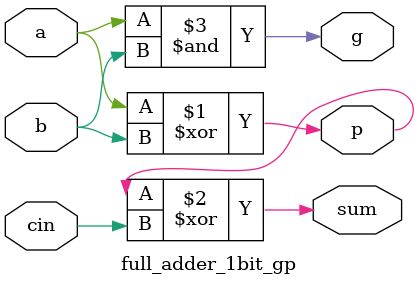
<source format=sv>
module full_adder_1bit_gp ( sum, g, p, cin, a, b );
   input  cin, a, b;
   output sum, g, p;

   assign p = a ^ b,

          sum = p ^ cin,
          g = a & b;

endmodule

</source>
